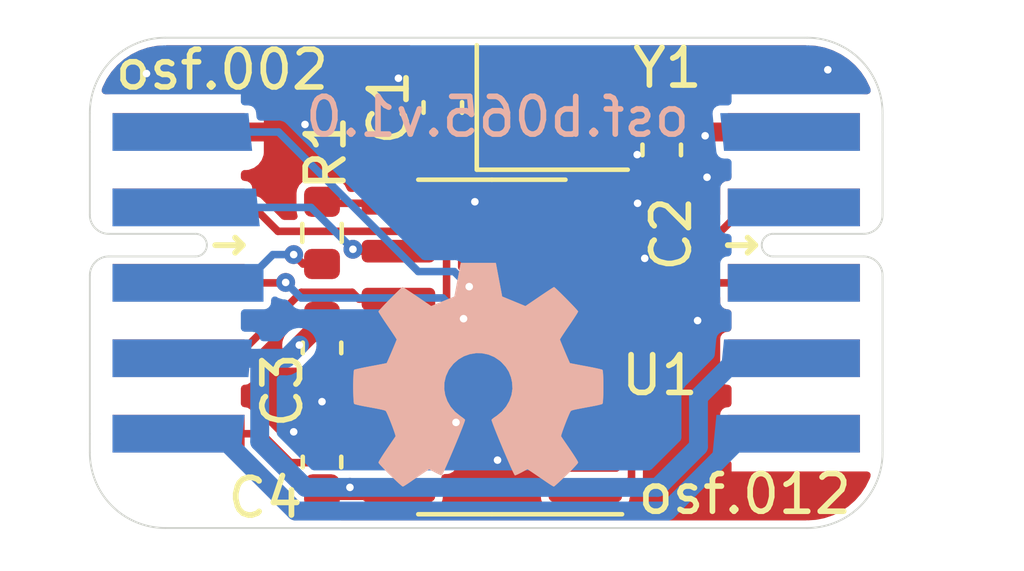
<source format=kicad_pcb>
(kicad_pcb (version 20211014) (generator pcbnew)
  (layers (0 "F.Cu" signal) (31 "B.Cu" signal) (34 "B.Paste" user) (35 "F.Paste" user) (36 "B.SilkS" user "B.Silkscreen") (37 "F.SilkS" user "F.Silkscreen") (38 "B.Mask" user) (39 "F.Mask" user) (44 "Edge.Cuts" user))
  (net 0 "")
  (net 1 "Net-(C1-Pad1)")
  (net 2 "GND")
  (net 3 "Net-(C2-Pad1)")
  (net 4 "/implementation/VDD")
  (net 5 "/implementation/MOSI")
  (net 6 "/implementation/MISO")
  (net 7 "/implementation/CLK")
  (net 8 "/implementation/INT")
  (net 9 "/implementation/CS")
  (net 10 "/implementation/INT0")
  (net 11 "Net-(J1-Pad8)")
  (net 12 "Net-(J1-Pad10)")
  (net 13 "/implementation/CAN_TX")
  (net 14 "/implementation/CAN_RX")
  (net 15 "/implementation/INT1")
  (footprint "on_edge:on_edge_2x05_device" (layer "F.Cu") (at 140 96.5 -90)
    (fp_text reference "J1")
    (fp_text value "002_SPI")
    (fp_line (start -1.2 -3.85) (end -1 -4.05) (layer "F.SilkS") (width 0.153))
    (fp_line (start -1 -4.05) (end -1 -3.323) (layer "F.SilkS") (width 0.153))
    (fp_line (start -1 -4.05) (end -0.8 -3.85) (layer "F.SilkS") (width 0.153))
    (fp_line (start -0.2 0) (end 4 0) (layer "Edge.Cuts") (width 0.05))
    (fp_line (start -1.3 -2.8) (end -1.3 -0.5) (layer "Edge.Cuts") (width 0.05))
    (fp_line (start -4 0) (end -1.8 0) (layer "Edge.Cuts") (width 0.05))
    (fp_line (start -0.7 -0.5) (end -0.7 -2.8) (layer "Edge.Cuts") (width 0.05))
    (fp_arc (start -0.2 0) (mid -0.553553 -0.146447) (end -0.7 -0.5) (layer "Edge.Cuts") (width 0.05))
    (fp_arc (start -1.3 -2.8) (mid -1 -3.1) (end -0.7 -2.8) (layer "Edge.Cuts") (width 0.05))
    (fp_arc (start -1.3 -0.5) (mid -1.446447 -0.146447) (end -1.8 0) (layer "Edge.Cuts") (width 0.05))
    (pad "1" smd rect (at -4 -2.35 90) (size 1 3.5) (layers "F.Cu" "F.Mask") (net 2 "GND"))
    (pad "2" smd rect (at -2 -2.35 270) (size 1 3.5) (layers "F.Cu" "F.Mask") (net 5 "/implementation/MOSI"))
    (pad "3" smd rect (at 0 -2.35 270) (size 1 3.5) (layers "F.Cu" "F.Mask") (net 6 "/implementation/MISO"))
    (pad "4" smd rect (at 2 -2.35 90) (size 1 3.5) (layers "F.Cu" "F.Mask") (net 7 "/implementation/CLK"))
    (pad "5" smd rect (at 4 -2.35 90) (size 1 3.5) (layers "F.Cu" "F.Mask") (net 8 "/implementation/INT"))
    (pad "6" smd custom (at -4 -2.4 270) (size 1 3.6) (layers "B.Cu" "B.Mask") (net 9 "/implementation/CS") (options (clearance outline) (anchor rect)) (primitives (gr_poly (pts (xy 0.5 -1.8) (xy 0.5 -1.9) (xy -0.5 -1.8)) (width 0) (fill yes))))
    (pad "7" smd custom (at -2 -2.1 270) (size 1 3) (layers "B.Cu" "B.Mask") (net 10 "/implementation/INT0") (options (clearance outline) (anchor rect)) (primitives (gr_poly (pts (xy 0.3 -0.51) (xy 0.31 -0.62) (xy 0.33 -0.7) (xy 0.35 -0.76) (xy 0.37 -0.81) (xy 0.4 -0.86) (xy 0.44 -0.92) (xy 0.48 -0.97) (xy 0.5 -0.99) (xy 0.5 -2.4) (xy -0.5 -2.3) (xy -0.5 1.5) (xy 0.3 1.5)) (width 0) (fill yes))))
    (pad "8" smd rect (at 0 -2.6 270) (size 1 4) (layers "B.Cu" "B.Mask") (net 11 "Net-(J1-Pad8)"))
    (pad "9" smd custom (at 2 -2.4 270) (size 1 3.6) (layers "B.Cu" "B.Mask") (net 4 "/implementation/VDD") (options (clearance outline) (anchor rect)) (primitives (gr_poly (pts (xy -0.5 -1.8) (xy -0.5 -1.9) (xy 0.5 -1.8)) (width 0) (fill yes))))
    (pad "10" smd custom (at 4 -2.3 270) (size 1 3.4) (layers "B.Cu" "B.Mask") (net 12 "Net-(J1-Pad10)") (options (clearance outline) (anchor rect)) (primitives (gr_poly (pts (xy -0.5 -1.7) (xy -0.5 -1.8) (xy 0.5 -1.7)) (width 0) (fill yes))))
    (zone (net 0) (net_name "") (layers F&B.Cu) (connect_pads (clearance 0)) (min_thickness 0.254)
      (keepout (tracks allowed) (vias not_allowed) (pads allowed) (copperpour not_allowed) (footprints not_allowed))
      (fill (thermal_gap 0.508) (thermal_bridge_width 0.508))
      (polygon (pts (xy 140 101.5) (xy 140 91.5) (xy 144 91.5) (xy 144 101.5)))
    )
  )
  (footprint "Capacitor_SMD:C_0603_1608Metric" (layer "F.Cu") (at 146.15 101.25 90)
    (fp_text reference "C4" (at -0.95 -1.5 180) (layer "F.SilkS"))
    (fp_text value "100nF")
    (fp_line (start -0.14058 -0.51) (end 0.14058 -0.51) (layer "F.SilkS") (width 0.12))
    (fp_line (start -0.14058 0.51) (end 0.14058 0.51) (layer "F.SilkS") (width 0.12))
    (pad "1" smd roundrect (at -0.775 0 90) (size 0.9 0.95) (layers "F.Cu" "F.Paste" "F.Mask") (net 4 "/implementation/VDD"))
    (pad "2" smd roundrect (at 0.775 0 90) (size 0.9 0.95) (layers "F.Cu" "F.Paste" "F.Mask") (net 2 "GND"))
  )
  (footprint "Package_SO:SOIC-14_3.9x8.7mm_P1.27mm" (layer "F.Cu") (at 150.65 98.2 180)
    (fp_text reference "U1" (at -4.45 -0.75) (layer "F.SilkS"))
    (fp_text value "MCP2517FD-xSL")
    (fp_line (start 0 4.435) (end -1.95 4.435) (layer "F.SilkS") (width 0.12))
    (fp_line (start 0 -4.435) (end -3.45 -4.435) (layer "F.SilkS") (width 0.12))
    (fp_line (start 0 -4.435) (end 1.95 -4.435) (layer "F.SilkS") (width 0.12))
    (fp_line (start 0 4.435) (end 1.95 4.435) (layer "F.SilkS") (width 0.12))
    (pad "1" smd roundrect (at -2.475 -3.81 180) (size 1.95 0.6) (layers "F.Cu" "F.Paste" "F.Mask") (net 14 "/implementation/CAN_RX"))
    (pad "2" smd roundrect (at -2.475 -2.54 180) (size 1.95 0.6) (layers "F.Cu" "F.Paste" "F.Mask") (net 13 "/implementation/CAN_TX"))
    (pad "3" smd roundrect (at -2.475 -1.27 180) (size 1.95 0.6) (layers "F.Cu" "F.Paste" "F.Mask"))
    (pad "4" smd roundrect (at -2.475 0 180) (size 1.95 0.6) (layers "F.Cu" "F.Paste" "F.Mask") (net 8 "/implementation/INT"))
    (pad "5" smd roundrect (at -2.475 1.27 180) (size 1.95 0.6) (layers "F.Cu" "F.Paste" "F.Mask") (net 1 "Net-(C1-Pad1)"))
    (pad "6" smd roundrect (at -2.475 2.54 180) (size 1.95 0.6) (layers "F.Cu" "F.Paste" "F.Mask") (net 3 "Net-(C2-Pad1)"))
    (pad "7" smd roundrect (at -2.475 3.81 180) (size 1.95 0.6) (layers "F.Cu" "F.Paste" "F.Mask") (net 2 "GND"))
    (pad "8" smd roundrect (at 2.475 3.81 180) (size 1.95 0.6) (layers "F.Cu" "F.Paste" "F.Mask") (net 15 "/implementation/INT1"))
    (pad "9" smd roundrect (at 2.475 2.54 180) (size 1.95 0.6) (layers "F.Cu" "F.Paste" "F.Mask") (net 10 "/implementation/INT0"))
    (pad "10" smd roundrect (at 2.475 1.27 180) (size 1.95 0.6) (layers "F.Cu" "F.Paste" "F.Mask") (net 7 "/implementation/CLK"))
    (pad "11" smd roundrect (at 2.475 0 180) (size 1.95 0.6) (layers "F.Cu" "F.Paste" "F.Mask") (net 5 "/implementation/MOSI"))
    (pad "12" smd roundrect (at 2.475 -1.27 180) (size 1.95 0.6) (layers "F.Cu" "F.Paste" "F.Mask") (net 6 "/implementation/MISO"))
    (pad "13" smd roundrect (at 2.475 -2.54 180) (size 1.95 0.6) (layers "F.Cu" "F.Paste" "F.Mask") (net 9 "/implementation/CS"))
    (pad "14" smd roundrect (at 2.475 -3.81 180) (size 1.95 0.6) (layers "F.Cu" "F.Paste" "F.Mask") (net 4 "/implementation/VDD"))
  )
  (footprint "Capacitor_SMD:C_0603_1608Metric" (layer "F.Cu") (at 149.35 91.85 90)
    (fp_text reference "C1" (at 0 -1.43 90) (layer "F.SilkS"))
    (fp_text value "22pF")
    (fp_line (start -0.14058 -0.51) (end 0.14058 -0.51) (layer "F.SilkS") (width 0.12))
    (fp_line (start -0.14058 0.51) (end 0.14058 0.51) (layer "F.SilkS") (width 0.12))
    (pad "1" smd roundrect (at -0.775 0 90) (size 0.9 0.95) (layers "F.Cu" "F.Paste" "F.Mask") (net 1 "Net-(C1-Pad1)"))
    (pad "2" smd roundrect (at 0.775 0 90) (size 0.9 0.95) (layers "F.Cu" "F.Paste" "F.Mask") (net 2 "GND"))
  )
  (footprint "on_edge:on_edge_2x05_host" (layer "F.Cu") (at 161 96.5 -90)
    (fp_text reference "J2")
    (fp_text value "012_CAN")
    (fp_line (start -1 4.1) (end -1 3.373) (layer "F.SilkS") (width 0.153))
    (fp_line (start -0.8 3.573) (end -1 3.373) (layer "F.SilkS") (width 0.153))
    (fp_line (start -1 3.373) (end -1.2 3.573) (layer "F.SilkS") (width 0.153))
    (fp_line (start -4 0) (end -1.8 0) (layer "Edge.Cuts") (width 0.05))
    (fp_line (start -0.2 0) (end 4 0) (layer "Edge.Cuts") (width 0.05))
    (fp_line (start -0.7 2.9) (end -0.7 0.5) (layer "Edge.Cuts") (width 0.05))
    (fp_line (start -1.3 0.5) (end -1.3 2.9) (layer "Edge.Cuts") (width 0.05))
    (fp_arc (start -0.7 0.5) (mid -0.553553 0.146447) (end -0.2 0) (layer "Edge.Cuts") (width 0.05))
    (fp_arc (start -1.8 0) (mid -1.446447 0.146447) (end -1.3 0.5) (layer "Edge.Cuts") (width 0.05))
    (fp_arc (start -0.7 2.9) (mid -1 3.2) (end -1.3 2.9) (layer "Edge.Cuts") (width 0.05))
    (pad "1" smd rect (at -4 2.35 270) (size 1 3.5) (layers "F.Cu" "F.Mask") (net 2 "GND"))
    (pad "2" smd rect (at -2 2.35 270) (size 1 3.5) (layers "F.Cu" "F.Mask") (net 13 "/implementation/CAN_TX"))
    (pad "3" smd rect (at 0 2.35 270) (size 1 3.5) (layers "F.Cu" "F.Mask") (net 14 "/implementation/CAN_RX"))
    (pad "4" smd rect (at 2 2.35 270) (size 1 3.5) (layers "F.Cu" "F.Mask"))
    (pad "5" smd rect (at 4 2.35 270) (size 1 3.5) (layers "F.Cu" "F.Mask"))
    (pad "6" smd custom (at -4 2.4 90) (size 1 3.6) (layers "B.Cu" "B.Mask") (options (clearance outline) (anchor rect)) (primitives (gr_poly (pts (xy 0.5 -1.8) (xy -0.5 -1.8) (xy 0.5 -1.9)) (width 0) (fill yes))))
    (pad "7" smd rect (at -2 2.35 90) (size 1 3.5) (layers "B.Cu" "B.Mask"))
    (pad "8" smd rect (at 0 2.35 90) (size 1 3.5) (layers "B.Cu" "B.Mask"))
    (pad "9" smd custom (at 2 2.4 90) (size 1 3.6) (layers "B.Cu" "B.Mask") (net 4 "/implementation/VDD") (options (clearance outline) (anchor rect)) (primitives (gr_poly (pts (xy 0.5 -1.8) (xy -0.5 -1.8) (xy -0.5 -1.9)) (width 0) (fill yes))))
    (pad "10" smd custom (at 4 2.5 90) (size 1 3.8) (layers "B.Cu" "B.Mask") (net 12 "Net-(J1-Pad10)") (options (clearance outline) (anchor rect)) (primitives (gr_poly (pts (xy 0.5 -1.9) (xy -0.5 -1.9) (xy -0.5 -2)) (width 0) (fill yes))))
    (zone (net 0) (net_name "") (layers F&B.Cu) (connect_pads (clearance 0)) (min_thickness 0.254)
      (keepout (tracks allowed) (vias not_allowed) (pads allowed) (copperpour not_allowed) (footprints not_allowed))
      (fill (thermal_gap 0.508) (thermal_bridge_width 0.508))
      (polygon (pts (xy 157 101.5) (xy 157 91.5) (xy 161 91.5) (xy 161 101.5)))
    )
  )
  (footprint "Capacitor_SMD:C_0603_1608Metric" (layer "F.Cu") (at 155.15 92.975 -90)
    (fp_text reference "C2" (at 2.225 -0.25 90) (layer "F.SilkS"))
    (fp_text value "22pF")
    (fp_line (start -0.14058 0.51) (end 0.14058 0.51) (layer "F.SilkS") (width 0.12))
    (fp_line (start -0.14058 -0.51) (end 0.14058 -0.51) (layer "F.SilkS") (width 0.12))
    (pad "1" smd roundrect (at -0.775 0 270) (size 0.9 0.95) (layers "F.Cu" "F.Paste" "F.Mask") (net 3 "Net-(C2-Pad1)"))
    (pad "2" smd roundrect (at 0.775 0 270) (size 0.9 0.95) (layers "F.Cu" "F.Paste" "F.Mask") (net 2 "GND"))
  )
  (footprint "Resistor_SMD:R_0603_1608Metric" (layer "F.Cu") (at 146.15 95.175 90)
    (fp_text reference "R1" (at 2.125 0.1 90) (layer "F.SilkS"))
    (fp_text value "0R")
    (fp_line (start -0.237258 0.5225) (end 0.237258 0.5225) (layer "F.SilkS") (width 0.12))
    (fp_line (start -0.237258 -0.5225) (end 0.237258 -0.5225) (layer "F.SilkS") (width 0.12))
    (pad "1" smd roundrect (at -0.825 0 90) (size 0.8 0.95) (layers "F.Cu" "F.Paste" "F.Mask") (net 11 "Net-(J1-Pad8)"))
    (pad "2" smd roundrect (at 0.825 0 90) (size 0.8 0.95) (layers "F.Cu" "F.Paste" "F.Mask") (net 15 "/implementation/INT1"))
  )
  (footprint "Capacitor_SMD:C_0603_1608Metric" (layer "F.Cu") (at 146.15 98.225 -90)
    (fp_text reference "C3" (at 1.125 1.05 90) (layer "F.SilkS"))
    (fp_text value "1uF")
    (fp_line (start -0.14058 0.51) (end 0.14058 0.51) (layer "F.SilkS") (width 0.12))
    (fp_line (start -0.14058 -0.51) (end 0.14058 -0.51) (layer "F.SilkS") (width 0.12))
    (pad "1" smd roundrect (at -0.775 0 270) (size 0.9 0.95) (layers "F.Cu" "F.Paste" "F.Mask") (net 4 "/implementation/VDD"))
    (pad "2" smd roundrect (at 0.775 0 270) (size 0.9 0.95) (layers "F.Cu" "F.Paste" "F.Mask") (net 2 "GND"))
  )
  (footprint "Crystal:Crystal_SMD_Abracon_ABM8G-4Pin_3.2x2.5mm" (layer "F.Cu") (at 152.25 91.85)
    (fp_text reference "Y1" (at 3.05 -1.05) (layer "F.SilkS"))
    (fp_text value "20MhZ")
    (fp_line (start -2 1.65) (end 2 1.65) (layer "F.SilkS") (width 0.12))
    (fp_line (start -2 -1.65) (end -2 1.65) (layer "F.SilkS") (width 0.12))
    (pad "1" smd rect (at -1.1 0.85) (size 1.4 1.2) (layers "F.Cu" "F.Paste" "F.Mask") (net 1 "Net-(C1-Pad1)"))
    (pad "2" smd rect (at 1.1 0.85) (size 1.4 1.2) (layers "F.Cu" "F.Paste" "F.Mask") (net 2 "GND"))
    (pad "3" smd rect (at 1.1 -0.85) (size 1.4 1.2) (layers "F.Cu" "F.Paste" "F.Mask") (net 3 "Net-(C2-Pad1)"))
    (pad "4" smd rect (at -1.1 -0.85) (size 1.4 1.2) (layers "F.Cu" "F.Paste" "F.Mask") (net 2 "GND"))
  )
  (footprint "Symbol:OSHW-Symbol_6.7x6mm_SilkScreen" (layer "B.Cu") (at 150.3 98.95 180)
    (fp_text reference "LOGO1" hide)
    (fp_text value "Logo_Open_Hardware_Small" hide)
    (fp_poly (pts (xy 0.555814 2.531069) (xy 0.639635 2.086445) (xy 0.94892 1.958947) (xy 1.258206 1.831449) (xy 1.629246 2.083754) (xy 1.733157 2.154004) (xy 1.827087 2.216728) (xy 1.906652 2.269062) (xy 1.96747 2.308143) (xy 2.005157 2.331107) (xy 2.015421 2.336058) (xy 2.03391 2.323324) (xy 2.07342 2.288118) (xy 2.129522 2.234938) (xy 2.197787 2.168282) (xy 2.273786 2.092646) (xy 2.353092 2.012528) (xy 2.431275 1.932426) (xy 2.503907 1.856836) (xy 2.566559 1.790255) (xy 2.614803 1.737182) (xy 2.64421 1.702113) (xy 2.651241 1.690377) (xy 2.641123 1.66874) (xy 2.612759 1.621338) (xy 2.569129 1.552807) (xy 2.513218 1.467785) (xy 2.448006 1.370907) (xy 2.410219 1.31565) (xy 2.341343 1.214752) (xy 2.28014 1.123701) (xy 2.229578 1.04703) (xy 2.192628 0.989272) (xy 2.172258 0.954957) (xy 2.169197 0.947746) (xy 2.176136 0.927252) (xy 2.195051 0.879487) (xy 2.223087 0.811168) (xy 2.257391 0.729011) (xy 2.295109 0.63973) (xy 2.333387 0.550042) (xy 2.36937 0.466662) (xy 2.400206 0.396306) (xy 2.423039 0.34569) (xy 2.435017 0.321529) (xy 2.435724 0.320578) (xy 2.454531 0.315964) (xy 2.504618 0.305672) (xy 2.580793 0.290713) (xy 2.677865 0.272099) (xy 2.790643 0.250841) (xy 2.856442 0.238582) (xy 2.97695 0.215638) (xy 3.085797 0.193805) (xy 3.177476 0.174278) (xy 3.246481 0.158252) (xy 3.287304 0.146921) (xy 3.295511 0.143326) (xy 3.303548 0.118994) (xy 3.310033 0.064041) (xy 3.31497 -0.015108) (xy 3.318364 -0.112026) (xy 3.320218 -0.220287) (xy 3.320538 -0.333465) (xy 3.319327 -0.445135) (xy 3.31659 -0.548868) (xy 3.312331 -0.638241) (xy 3.306555 -0.706826) (xy 3.299267 -0.748197) (xy 3.294895 -0.75681) (xy 3.268764 -0.767133) (xy 3.213393 -0.781892) (xy 3.136107 -0.799352) (xy 3.04423 -0.81778) (xy 3.012158 -0.823741) (xy 2.857524 -0.852066) (xy 2.735375 -0.874876) (xy 2.641673 -0.89308) (xy 2.572384 -0.907583) (xy 2.523471 -0.919292) (xy 2.490897 -0.929115) (xy 2.470628 -0.937956) (xy 2.458626 -0.946724) (xy 2.456947 -0.948457) (xy 2.440184 -0.976371) (xy 2.414614 -1.030695) (xy 2.382788 -1.104777) (xy 2.34726 -1.191965) (xy 2.310583 -1.285608) (xy 2.275311 -1.379052) (xy 2.243996 -1.465647) (xy 2.219193 -1.53874) (xy 2.203454 -1.591678) (xy 2.199332 -1.617811) (xy 2.199676 -1.618726) (xy 2.213641 -1.640086) (xy 2.245322 -1.687084) (xy 2.291391 -1.754827) (xy 2.348518 -1.838423) (xy 2.413373 -1.932982) (xy 2.431843 -1.959854) (xy 2.497699 -2.057275) (xy 2.55565 -2.146163) (xy 2.602538 -2.221412) (xy 2.635207 -2.27792) (xy 2.6505 -2.310581) (xy 2.651241 -2.314593) (xy 2.638392 -2.335684) (xy 2.602888 -2.377464) (xy 2.549293 -2.435445) (xy 2.482171 -2.505135) (xy 2.406087 -2.582045) (xy 2.325604 -2.661683) (xy 2.245287 -2.739561) (xy 2.169699 -2.811186) (xy 2.103405 -2.87207) (xy 2.050969 -2.917721) (xy 2.016955 -2.94365) (xy 2.007545 -2.947883) (xy 1.985643 -2.937912) (xy 1.9408 -2.91102) (xy 1.880321 -2.871736) (xy 1.833789 -2.840117) (xy 1.749475 -2.782098) (xy 1.649626 -2.713784) (xy 1.549473 -2.645579) (xy 1.495627 -2.609075) (xy 1.313371 -2.4858) (xy 1.160381 -2.56852) (xy 1.090682 -2.604759) (xy 1.031414 -2.632926) (xy 0.991311 -2.648991) (xy 0.981103 -2.651226) (xy 0.968829 -2.634722) (xy 0.944613 -2.588082) (xy 0.910263 -2.515609) (xy 0.867588 -2.421606) (xy 0.818394 -2.310374) (xy 0.76449 -2.186215) (xy 0.707684 -2.053432) (xy 0.649782 -1.916327) (xy 0.592593 -1.779202) (xy 0.537924 -1.646358) (xy 0.487584 -1.522098) (xy 0.44338 -1.410725) (xy 0.407119 -1.316539) (xy 0.380609 -1.243844) (xy 0.365658 -1.196941) (xy 0.363254 -1.180833) (xy 0.382311 -1.160286) (xy 0.424036 -1.126933) (xy 0.479706 -1.087702) (xy 0.484378 -1.084599) (xy 0.628264 -0.969423) (xy 0.744283 -0.835053) (xy 0.83143 -0.685784) (xy 0.888699 -0.525913) (xy 0.915086 -0.359737) (xy 0.909585 -0.191552) (xy 0.87119 -0.025655) (xy 0.798895 0.133658) (xy 0.777626 0.168513) (xy 0.666996 0.309263) (xy 0.536302 0.422286) (xy 0.390064 0.506997) (xy 0.232808 0.562806) (xy 0.069057 0.589126) (xy -0.096667 0.58537) (xy -0.259838 0.55095) (xy -0.415935 0.485277) (xy -0.560433 0.387765) (xy -0.605131 0.348187) (xy -0.718888 0.224297) (xy -0.801782 0.093876) (xy -0.858644 -0.052315) (xy -0.890313 -0.197088) (xy -0.898131 -0.35986) (xy -0.872062 -0.52344) (xy -0.814755 -0.682298) (xy -0.728856 -0.830906) (xy -0.617014 -0.963735) (xy -0.481877 -1.075256) (xy -0.464117 -1.087011) (xy -0.40785 -1.125508) (xy -0.365077 -1.158863) (xy -0.344628 -1.18016) (xy -0.344331 -1.180833) (xy -0.348721 -1.203871) (xy -0.366124 -1.256157) (xy -0.394732 -1.33339) (xy -0.432735 -1.431268) (xy -0.478326 -1.545491) (xy -0.529697 -1.671758) (xy -0.585038 -1.805767) (xy -0.642542 -1.943218) (xy -0.700399 -2.079808) (xy -0.756802 -2.211237) (xy -0.809942 -2.333205) (xy -0.85801 -2.441409) (xy -0.899199 -2.531549) (xy -0.931699 -2.599323) (xy -0.953703 -2.64043) (xy -0.962564 -2.651226) (xy -0.98964 -2.642819) (xy -1.040303 -2.620272) (xy -1.105817 -2.587613) (xy -1.141841 -2.56852) (xy -1.294832 -2.4858) (xy -1.477088 -2.609075) (xy -1.570125 -2.672228) (xy -1.671985 -2.741727) (xy -1.767438 -2.807165) (xy -1.81525 -2.840117) (xy -1.882495 -2.885273) (xy -1.939436 -2.921057) (xy -1.978646 -2.942938) (xy -1.991381 -2.947563) (xy -2.009917 -2.935085) (xy -2.050941 -2.900252) (xy -2.110475 -2.846678) (xy -2.184542 -2.777983) (xy -2.269165 -2.697781) (xy -2.322685 -2.646286) (xy -2.416319 -2.554286) (xy -2.497241 -2.471999) (xy -2.562177 -2.402945) (xy -2.607858 -2.350644) (xy -2.631011 -2.318616) (xy -2.633232 -2.312116) (xy -2.622924 -2.287394) (xy -2.594439 -2.237405) (xy -2.550937 -2.167212) (xy -2.495577 -2.081875) (xy -2.43152 -1.986456) (xy -2.413303 -1.959854) (xy -2.346927 -1.863167) (xy -2.287378 -1.776117) (xy -2.237984 -1.703595) (xy -2.202075 -1.650493) (xy -2.182981 -1.621703) (xy -2.181136 -1.618726) (xy -2.183895 -1.595782) (xy -2.198538 -1.545336) (xy -2.222513 -1.474041) (xy -2.253266 -1.388547) (xy -2.288244 -1.295507) (xy -2.324893 -1.201574) (xy -2.360661 -1.113399) (xy -2.392994 -1.037634) (xy -2.419338 -0.980931) (xy -2.437142 -0.949943) (xy -2.438407 -0.948457) (xy -2.449294 -0.939601) (xy -2.467682 -0.930843) (xy -2.497606 -0.921277) (xy -2.543103 -0.909996) (xy -2.608209 -0.896093) (xy -2.696961 -0.878663) (xy -2.813393 -0.856798) (xy -2.961542 -0.829591) (xy -2.993618 -0.823741) (xy -3.088686 -0.805374) (xy -3.171565 -0.787405) (xy -3.23493 -0.771569) (xy -3.271458 -0.7596) (xy -3.276356 -0.75681) (xy -3.284427 -0.732072) (xy -3.290987 -0.67679) (xy -3.296033 -0.597389) (xy -3.299559 -0.500296) (xy -3.301561 -0.391938) (xy -3.302036 -0.27874) (xy -3.300977 -0.167128) (xy -3.298382 -0.063529) (xy -3.294246 0.025632) (xy -3.288563 0.093928) (xy -3.281331 0.134934) (xy -3.276971 0.143326) (xy -3.252698 0.151792) (xy -3.197426 0.165565) (xy -3.116662 0.18345) (xy -3.015912 0.204252) (xy -2.900683 0.226777) (xy -2.837902 0.238582) (xy -2.718787 0.260849) (xy -2.612565 0.281021) (xy -2.524427 0.298085) (xy -2.459566 0.311031) (xy -2.423174 0.318845) (xy -2.417184 0.320578) (xy -2.407061 0.34011) (xy -2.385662 0.387157) (xy -2.355839 0.454997) (xy -2.320445 0.536909) (xy -2.282332 0.626172) (xy -2.244353 0.716065) (xy -2.20936 0.799865) (xy -2.180206 0.870853) (xy -2.159743 0.922306) (xy -2.150823 0.947503) (xy -2.150657 0.948604) (xy -2.160769 0.968481) (xy -2.189117 1.014223) (xy -2.232723 1.081283) (xy -2.288606 1.165116) (xy -2.353787 1.261174) (xy -2.391679 1.31635) (xy -2.460725 1.417519) (xy -2.52205 1.50937) (xy -2.572663 1.587256) (xy -2.609571 1.646531) (xy -2.629782 1.682549) (xy -2.632701 1.690623) (xy -2.620153 1.709416) (xy -2.585463 1.749543) (xy -2.533063 1.806507) (xy -2.467384 1.875815) (xy -2.392856 1.952969) (xy -2.313913 2.033475) (xy -2.234983 2.112837) (xy -2.1605 2.18656) (xy -2.094894 2.250148) (xy -2.042596 2.299106) (xy -2.008039 2.328939) (xy -1.996478 2.336058) (xy -1.977654 2.326047) (xy -1.932631 2.297922) (xy -1.865787 2.254546) (xy -1.781499 2.198782) (xy -1.684144 2.133494) (xy -1.610707 2.083754) (xy -1.239667 1.831449) (xy -0.621095 2.086445) (xy -0.537275 2.531069) (xy -0.453454 2.975693) (xy 0.471994 2.975693) (xy 0.555814 2.531069)) (layer "B.SilkS") (width 0.01) (fill solid))
  )
  (gr_line (start 142 90) (end 159 90) (layer "Edge.Cuts") (width 0.05))
  (gr_arc (start 161 101) (mid 160.414214 102.414214) (end 159 103) (layer "Edge.Cuts") (width 0.05))
  (gr_line (start 161 92.5) (end 161 92) (layer "Edge.Cuts") (width 0.05))
  (gr_line (start 140 101) (end 140 100.5) (layer "Edge.Cuts") (width 0.05))
  (gr_line (start 159 103) (end 142 103) (layer "Edge.Cuts") (width 0.05))
  (gr_arc (start 159 90) (mid 160.414214 90.585786) (end 161 92) (layer "Edge.Cuts") (width 0.05))
  (gr_line (start 161 101) (end 161 100.5) (layer "Edge.Cuts") (width 0.05))
  (gr_arc (start 142 103) (mid 140.585786 102.414214) (end 140 101) (layer "Edge.Cuts") (width 0.05))
  (gr_line (start 140 92.5) (end 140 92) (layer "Edge.Cuts") (width 0.05))
  (gr_arc (start 140 92) (mid 140.585786 90.585786) (end 142 90) (layer "Edge.Cuts") (width 0.05))
  (gr_text "osf.b065.v1.0" (at 150.8 92.1) (layer "B.SilkS") (effects (font (size 1 1)) (justify mirror)))
  (gr_text "osf.012" (at 157.35 102.1) (layer "F.SilkS") (effects (font (size 1 1))))
  (gr_text "osf.002" (at 143.5 90.85) (layer "F.SilkS") (effects (font (size 1 1))))
  (segment (start 151.6 93.15) (end 151.15 92.7) (width 0.2) (layer "F.Cu") (net 1))
  (segment (start 153.125 96.93) (end 152.73 96.93) (width 0.2) (layer "F.Cu") (net 1))
  (segment (start 149.35 92.625) (end 151.075 92.625) (width 0.2) (layer "F.Cu") (net 1))
  (segment (start 151.075 92.625) (end 151.15 92.7) (width 0.2) (layer "F.Cu") (net 1))
  (segment (start 151.596 93.304) (end 151.6 93.3) (width 0.2) (layer "F.Cu") (net 1))
  (segment (start 152.73 96.93) (end 151.9 96.1) (width 0.2) (layer "F.Cu") (net 1))
  (segment (start 151.9 95.15) (end 151.596 94.846) (width 0.2) (layer "F.Cu") (net 1))
  (segment (start 151.9 96.1) (end 151.9 95.15) (width 0.2) (layer "F.Cu") (net 1))
  (segment (start 151.6 93.3) (end 151.6 93.15) (width 0.2) (layer "F.Cu") (net 1))
  (segment (start 151.596 94.846) (end 151.596 93.304) (width 0.2) (layer "F.Cu") (net 1))
  (segment (start 153.35 92.7) (end 154.1 92.7) (width 0.5) (layer "F.Cu") (net 2))
  (segment (start 142.35 92.5) (end 145.5 92.5) (width 0.5) (layer "F.Cu") (net 2))
  (segment (start 148.175 91.075) (end 149.35 91.075) (width 0.5) (layer "F.Cu") (net 2))
  (segment (start 156.3 92.6) (end 155.15 93.75) (width 0.5) (layer "F.Cu") (net 2))
  (segment (start 145.7 92.3) (end 146.925 91.075) (width 0.5) (layer "F.Cu") (net 2))
  (segment (start 154.1 92.7) (end 154.5 93.1) (width 0.5) (layer "F.Cu") (net 2))
  (segment (start 146.15 100.475) (end 146.15 99.65) (width 0.5) (layer "F.Cu") (net 2))
  (segment (start 153.125 94.39) (end 154.51 94.39) (width 0.5) (layer "F.Cu") (net 2))
  (segment (start 145.5 92.5) (end 145.7 92.3) (width 0.5) (layer "F.Cu") (net 2))
  (segment (start 151.075 91.075) (end 151.15 91) (width 0.5) (layer "F.Cu") (net 2))
  (segment (start 149.35 91.075) (end 151.075 91.075) (width 0.5) (layer "F.Cu") (net 2))
  (segment (start 158.65 92.5) (end 156.4 92.5) (width 0.5) (layer "F.Cu") (net 2))
  (segment (start 156.4 92.5) (end 156.3 92.6) (width 0.5) (layer "F.Cu") (net 2))
  (segment (start 146.925 91.075) (end 148.175 91.075) (width 0.5) (layer "F.Cu") (net 2))
  (segment (start 154.5 93.1) (end 155.15 93.75) (width 0.5) (layer "F.Cu") (net 2))
  (segment (start 146.15 99.65) (end 146.15 99) (width 0.5) (layer "F.Cu") (net 2))
  (segment (start 154.51 94.39) (end 155.15 93.75) (width 0.5) (layer "F.Cu") (net 2))
  (via (at 154.5 93.1) (size 0.5) (drill 0.2) (layers "F.Cu" "B.Cu") (net 2))
  (via (at 154.7 95.85) (size 0.5) (drill 0.2) (layers "F.Cu" "B.Cu") (net 2))
  (via (at 156.1 97.5) (size 0.5) (drill 0.2) (layers "F.Cu" "B.Cu") (net 2))
  (via (at 145.7 92.3) (size 0.5) (drill 0.2) (layers "F.Cu" "B.Cu") (net 2))
  (via (at 149.7 100.2) (size 0.5) (drill 0.2) (layers "F.Cu" "B.Cu") (net 2))
  (via (at 148.175 91.075) (size 0.5) (drill 0.2) (layers "F.Cu" "B.Cu") (net 2))
  (via (at 159.55 90.85) (size 0.5) (drill 0.2) (layers "F.Cu" "B.Cu") (net 2))
  (via (at 156.35 93.7) (size 0.5) (drill 0.2) (layers "F.Cu" "B.Cu") (net 2))
  (via (at 146.15 99.65) (size 0.5) (drill 0.2) (layers "F.Cu" "B.Cu") (net 2))
  (via (at 141.5 90.95) (size 0.5) (drill 0.2) (layers "F.Cu" "B.Cu") (net 2))
  (via (at 145.4 100.45) (size 0.5) (drill 0.2) (layers "F.Cu" "B.Cu") (net 2))
  (via (at 150.2 94.35) (size 0.5) (drill 0.2) (layers "F.Cu" "B.Cu") (net 2))
  (via (at 154.51 94.39) (size 0.5) (drill 0.2) (layers "F.Cu" "B.Cu") (net 2))
  (via (at 156.3 92.6) (size 0.5) (drill 0.2) (layers "F.Cu" "B.Cu") (net 2))
  (via (at 150.8 101.2) (size 0.5) (drill 0.2) (layers "F.Cu" "B.Cu") (net 2))
  (segment (start 155.15 92.2) (end 153.95 91) (width 0.2) (layer "F.Cu") (net 3))
  (segment (start 153.95 91) (end 153.35 91) (width 0.2) (layer "F.Cu") (net 3))
  (segment (start 152.886841 95.66) (end 151.923 94.696159) (width 0.2) (layer "F.Cu") (net 3))
  (segment (start 151.923 94.696159) (end 151.923 93.681) (width 0.2) (layer "F.Cu") (net 3))
  (segment (start 152.077 92.273) (end 153.35 91) (width 0.2) (layer "F.Cu") (net 3))
  (segment (start 153.125 95.66) (end 152.886841 95.66) (width 0.2) (layer "F.Cu") (net 3))
  (segment (start 151.923 93.681) (end 152.077 93.527) (width 0.2) (layer "F.Cu") (net 3))
  (segment (start 152.077 93.527) (end 152.077 92.273) (width 0.2) (layer "F.Cu") (net 3))
  (segment (start 146.15 97.45) (end 146.15 97.55) (width 0.5) (layer "F.Cu") (net 4))
  (segment (start 148.175 102.01) (end 146.165 102.01) (width 0.5) (layer "F.Cu") (net 4))
  (segment (start 146.15 97.55) (end 145.55 98.15) (width 0.5) (layer "F.Cu") (net 4))
  (segment (start 146.165 102.01) (end 146.15 102.025) (width 0.5) (layer "F.Cu") (net 4))
  (via (at 146.89 101.923) (size 0.5) (drill 0.2) (layers "F.Cu" "B.Cu") (net 4))
  (via (at 145.55 98.15) (size 0.5) (drill 0.2) (layers "F.Cu" "B.Cu") (net 4))
  (segment (start 145.2 98.5) (end 142.4 98.5) (width 0.5) (layer "B.Cu") (net 4))
  (segment (start 146.89 101.923) (end 145.709712 101.923) (width 0.5) (layer "B.Cu") (net 4))
  (segment (start 156.123 99.527) (end 156.123 100.840288) (width 0.5) (layer "B.Cu") (net 4))
  (segment (start 155.040288 101.923) (end 146.89 101.923) (width 0.5) (layer "B.Cu") (net 4))
  (segment (start 156.123 100.840288) (end 155.040288 101.923) (width 0.5) (layer "B.Cu") (net 4))
  (segment (start 158.6 98.5) (end 157.15 98.5) (width 0.5) (layer "B.Cu") (net 4))
  (segment (start 157.15 98.5) (end 156.123 99.527) (width 0.5) (layer "B.Cu") (net 4))
  (segment (start 144.5 100.713288) (end 144.5 98.5) (width 0.5) (layer "B.Cu") (net 4))
  (segment (start 145.55 98.15) (end 145.2 98.5) (width 0.5) (layer "B.Cu") (net 4))
  (segment (start 145.709712 101.923) (end 144.5 100.713288) (width 0.5) (layer "B.Cu") (net 4))
  (segment (start 144.35 94.5) (end 142.35 94.5) (width 0.2) (layer "F.Cu") (net 5))
  (segment (start 149.45 95.426841) (end 149.156159 95.133) (width 0.2) (layer "F.Cu") (net 5))
  (segment (start 149.35 97.7) (end 149.35 97.32542) (width 0.2) (layer "F.Cu") (net 5))
  (segment (start 144.983 95.133) (end 144.35 94.5) (width 0.2) (layer "F.Cu") (net 5))
  (segment (start 148.85 98.2) (end 149.35 97.7) (width 0.2) (layer "F.Cu") (net 5))
  (segment (start 149.45 97.22542) (end 149.45 95.426841) (width 0.2) (layer "F.Cu") (net 5))
  (segment (start 148.175 98.2) (end 148.85 98.2) (width 0.2) (layer "F.Cu") (net 5))
  (segment (start 149.35 97.32542) (end 149.45 97.22542) (width 0.2) (layer "F.Cu") (net 5))
  (segment (start 149.156159 95.133) (end 144.983 95.133) (width 0.2) (layer "F.Cu") (net 5))
  (segment (start 149.9 98.4) (end 148.83 99.47) (width 0.2) (layer "F.Cu") (net 6))
  (segment (start 145.176126 96.5) (end 145.1873 96.488826) (width 0.2) (layer "F.Cu") (net 6))
  (segment (start 148.83 99.47) (end 148.175 99.47) (width 0.2) (layer "F.Cu") (net 6))
  (segment (start 142.35 96.5) (end 145.176126 96.5) (width 0.2) (layer "F.Cu") (net 6))
  (segment (start 149.9 97.45) (end 149.9 98.4) (width 0.2) (layer "F.Cu") (net 6))
  (via (at 145.1873 96.488826) (size 0.5) (drill 0.2) (layers "F.Cu" "B.Cu") (net 6))
  (via (at 149.9 97.45) (size 0.5) (drill 0.2) (layers "F.Cu" "B.Cu") (net 6))
  (segment (start 149.9 97.45) (end 149.35 96.9) (width 0.2) (layer "B.Cu") (net 6))
  (segment (start 145.598474 96.9) (end 145.1873 96.488826) (width 0.2) (layer "B.Cu") (net 6))
  (segment (start 149.35 96.9) (end 145.598474 96.9) (width 0.2) (layer "B.Cu") (net 6))
  (segment (start 147.13 96.93) (end 148.175 96.93) (width 0.2) (layer "F.Cu") (net 7))
  (segment (start 142.35 98.5) (end 143.85 98.5) (width 0.2) (layer "F.Cu") (net 7))
  (segment (start 146.95 96.75) (end 147.13 96.93) (width 0.2) (layer "F.Cu") (net 7))
  (segment (start 145.6 96.75) (end 146.95 96.75) (width 0.2) (layer "F.Cu") (net 7))
  (segment (start 143.85 98.5) (end 145.6 96.75) (width 0.2) (layer "F.Cu") (net 7))
  (segment (start 144.55 100.5) (end 145.317 101.267) (width 0.2) (layer "F.Cu") (net 8))
  (segment (start 142.35 100.5) (end 144.55 100.5) (width 0.2) (layer "F.Cu") (net 8))
  (segment (start 152.5 98.2) (end 153.125 98.2) (width 0.2) (layer "F.Cu") (net 8))
  (segment (start 149.433 101.267) (end 152.5 98.2) (width 0.2) (layer "F.Cu") (net 8))
  (segment (start 145.317 101.267) (end 149.433 101.267) (width 0.2) (layer "F.Cu") (net 8))
  (segment (start 148.413159 100.74) (end 148.175 100.74) (width 0.2) (layer "F.Cu") (net 9))
  (segment (start 150.05 96.6) (end 150.377 96.927) (width 0.2) (layer "F.Cu") (net 9))
  (segment (start 150.377 96.927) (end 150.377 98.776159) (width 0.2) (layer "F.Cu") (net 9))
  (segment (start 150.377 98.776159) (end 148.413159 100.74) (width 0.2) (layer "F.Cu") (net 9))
  (via (at 150.05 96.6) (size 0.5) (drill 0.2) (layers "F.Cu" "B.Cu") (net 9))
  (segment (start 149.65 96.2) (end 148.7 96.2) (width 0.2) (layer "B.Cu") (net 9))
  (segment (start 148.7 96.2) (end 145 92.5) (width 0.2) (layer "B.Cu") (net 9))
  (segment (start 145 92.5) (end 142.4 92.5) (width 0.2) (layer "B.Cu") (net 9))
  (segment (start 150.05 96.6) (end 149.65 96.2) (width 0.2) (layer "B.Cu") (net 9))
  (segment (start 148.175 95.66) (end 147.019616 95.66) (width 0.2) (layer "F.Cu") (net 10))
  (segment (start 147.019616 95.66) (end 146.969116 95.6095) (width 0.2) (layer "F.Cu") (net 10))
  (via (at 146.969116 95.6095) (size 0.5) (drill 0.2) (layers "F.Cu" "B.Cu") (net 10))
  (segment (start 145.859616 94.5) (end 142.1 94.5) (width 0.2) (layer "B.Cu") (net 10))
  (segment (start 146.969116 95.6095) (end 145.859616 94.5) (width 0.2) (layer "B.Cu") (net 10))
  (segment (start 145.65 96) (end 145.4 95.75) (width 0.2) (layer "F.Cu") (net 11))
  (segment (start 146.15 96) (end 145.65 96) (width 0.2) (layer "F.Cu") (net 11))
  (via (at 145.4 95.75) (size 0.5) (drill 0.2) (layers "F.Cu" "B.Cu") (net 11))
  (segment (start 144.85 95.75) (end 144.1 96.5) (width 0.2) (layer "B.Cu") (net 11))
  (segment (start 145.4 95.75) (end 144.85 95.75) (width 0.2) (layer "B.Cu") (net 11))
  (segment (start 144.1 96.5) (end 142.6 96.5) (width 0.2) (layer "B.Cu") (net 11))
  (segment (start 143.4 100.5) (end 145.45 102.55) (width 0.5) (layer "B.Cu") (net 12))
  (segment (start 145.45 102.55) (end 155.3 102.55) (width 0.5) (layer "B.Cu") (net 12))
  (segment (start 155.3 102.55) (end 157.35 100.5) (width 0.5) (layer "B.Cu") (net 12))
  (segment (start 157.35 100.5) (end 158.5 100.5) (width 0.5) (layer "B.Cu") (net 12))
  (segment (start 142.3 100.5) (end 143.4 100.5) (width 0.5) (layer "B.Cu") (net 12))
  (segment (start 154.95 100.2) (end 154.95 96.787552) (width 0.2) (layer "F.Cu") (net 13))
  (segment (start 155.564552 96.173) (end 155.677 96.173) (width 0.2) (layer "F.Cu") (net 13))
  (segment (start 154.95 96.787552) (end 155.564552 96.173) (width 0.2) (layer "F.Cu") (net 13))
  (segment (start 153.125 100.74) (end 154.41 100.74) (width 0.2) (layer "F.Cu") (net 13))
  (segment (start 155.677 96.173) (end 157.35 94.5) (width 0.2) (layer "F.Cu") (net 13))
  (segment (start 157.35 94.5) (end 158.65 94.5) (width 0.2) (layer "F.Cu") (net 13))
  (segment (start 154.41 100.74) (end 154.95 100.2) (width 0.2) (layer "F.Cu") (net 13))
  (segment (start 154.35 101.262448) (end 155.3 100.312448) (width 0.2) (layer "F.Cu") (net 14))
  (segment (start 155.3 96.9) (end 155.7 96.5) (width 0.2) (layer "F.Cu") (net 14))
  (segment (start 154.35 101.7) (end 154.35 101.262448) (width 0.2) (layer "F.Cu") (net 14))
  (segment (start 154.04 102.01) (end 154.35 101.7) (width 0.2) (layer "F.Cu") (net 14))
  (segment (start 155.7 96.5) (end 158.65 96.5) (width 0.2) (layer "F.Cu") (net 14))
  (segment (start 155.3 100.312448) (end 155.3 96.9) (width 0.2) (layer "F.Cu") (net 14))
  (segment (start 153.125 102.01) (end 154.04 102.01) (width 0.2) (layer "F.Cu") (net 14))
  (segment (start 146.19 94.39) (end 146.15 94.35) (width 0.2) (layer "F.Cu") (net 15))
  (segment (start 148.175 94.39) (end 146.19 94.39) (width 0.2) (layer "F.Cu") (net 15))
  (zone (net 2) (net_name "GND") (layers F&B.Cu) (connect_pads (clearance 0.2)) (min_thickness 0.2) (fill yes (thermal_gap 0.508) (thermal_bridge_width 0.508))
    (polygon (pts (xy 162.15 89.1) (xy 161.8 104.15) (xy 139.05 103.95) (xy 138.35 89)))
  )
)
</source>
